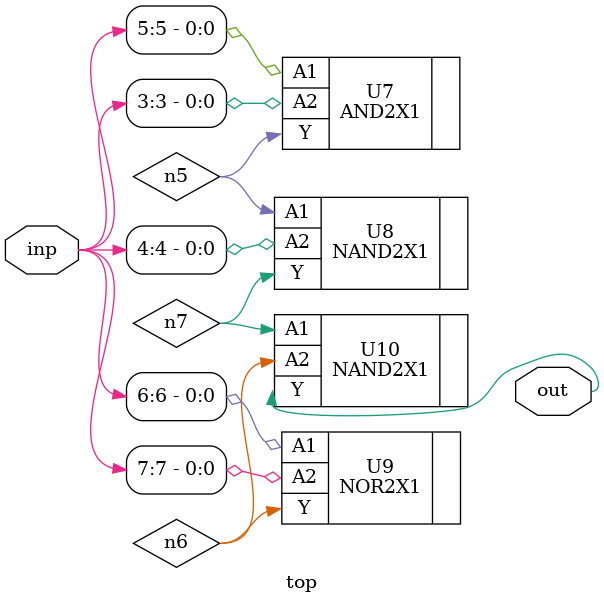
<source format=sv>


module top ( inp, out );
  input [7:0] inp;
  output out;
  wire   n5, n6, n7;

  AND2X1 U7 ( .A1(inp[5]), .A2(inp[3]), .Y(n5) );
  NAND2X1 U8 ( .A1(n5), .A2(inp[4]), .Y(n7) );
  NOR2X1 U9 ( .A1(inp[6]), .A2(inp[7]), .Y(n6) );
  NAND2X1 U10 ( .A1(n7), .A2(n6), .Y(out) );
endmodule


</source>
